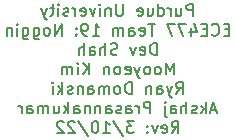
<source format=gbo>
G04 #@! TF.GenerationSoftware,KiCad,Pcbnew,(5.1.5)-3*
G04 #@! TF.CreationDate,2022-03-10T20:17:20-05:00*
G04 #@! TF.ProjectId,supervisor,73757065-7276-4697-936f-722e6b696361,rev?*
G04 #@! TF.SameCoordinates,Original*
G04 #@! TF.FileFunction,Legend,Bot*
G04 #@! TF.FilePolarity,Positive*
%FSLAX46Y46*%
G04 Gerber Fmt 4.6, Leading zero omitted, Abs format (unit mm)*
G04 Created by KiCad (PCBNEW (5.1.5)-3) date 2022-03-10 20:17:20*
%MOMM*%
%LPD*%
G04 APERTURE LIST*
%ADD10C,0.150000*%
G04 APERTURE END LIST*
D10*
X186974952Y-57224380D02*
X186974952Y-56224380D01*
X186594000Y-56224380D01*
X186498761Y-56272000D01*
X186451142Y-56319619D01*
X186403523Y-56414857D01*
X186403523Y-56557714D01*
X186451142Y-56652952D01*
X186498761Y-56700571D01*
X186594000Y-56748190D01*
X186974952Y-56748190D01*
X185546380Y-56557714D02*
X185546380Y-57224380D01*
X185974952Y-56557714D02*
X185974952Y-57081523D01*
X185927333Y-57176761D01*
X185832095Y-57224380D01*
X185689238Y-57224380D01*
X185594000Y-57176761D01*
X185546380Y-57129142D01*
X185070190Y-57224380D02*
X185070190Y-56557714D01*
X185070190Y-56748190D02*
X185022571Y-56652952D01*
X184974952Y-56605333D01*
X184879714Y-56557714D01*
X184784476Y-56557714D01*
X184022571Y-57224380D02*
X184022571Y-56224380D01*
X184022571Y-57176761D02*
X184117809Y-57224380D01*
X184308285Y-57224380D01*
X184403523Y-57176761D01*
X184451142Y-57129142D01*
X184498761Y-57033904D01*
X184498761Y-56748190D01*
X184451142Y-56652952D01*
X184403523Y-56605333D01*
X184308285Y-56557714D01*
X184117809Y-56557714D01*
X184022571Y-56605333D01*
X183117809Y-56557714D02*
X183117809Y-57224380D01*
X183546380Y-56557714D02*
X183546380Y-57081523D01*
X183498761Y-57176761D01*
X183403523Y-57224380D01*
X183260666Y-57224380D01*
X183165428Y-57176761D01*
X183117809Y-57129142D01*
X182260666Y-57176761D02*
X182355904Y-57224380D01*
X182546380Y-57224380D01*
X182641619Y-57176761D01*
X182689238Y-57081523D01*
X182689238Y-56700571D01*
X182641619Y-56605333D01*
X182546380Y-56557714D01*
X182355904Y-56557714D01*
X182260666Y-56605333D01*
X182213047Y-56700571D01*
X182213047Y-56795809D01*
X182689238Y-56891047D01*
X181022571Y-56224380D02*
X181022571Y-57033904D01*
X180974952Y-57129142D01*
X180927333Y-57176761D01*
X180832095Y-57224380D01*
X180641619Y-57224380D01*
X180546380Y-57176761D01*
X180498761Y-57129142D01*
X180451142Y-57033904D01*
X180451142Y-56224380D01*
X179974952Y-56557714D02*
X179974952Y-57224380D01*
X179974952Y-56652952D02*
X179927333Y-56605333D01*
X179832095Y-56557714D01*
X179689238Y-56557714D01*
X179594000Y-56605333D01*
X179546380Y-56700571D01*
X179546380Y-57224380D01*
X179070190Y-57224380D02*
X179070190Y-56557714D01*
X179070190Y-56224380D02*
X179117809Y-56272000D01*
X179070190Y-56319619D01*
X179022571Y-56272000D01*
X179070190Y-56224380D01*
X179070190Y-56319619D01*
X178689238Y-56557714D02*
X178451142Y-57224380D01*
X178213047Y-56557714D01*
X177451142Y-57176761D02*
X177546380Y-57224380D01*
X177736857Y-57224380D01*
X177832095Y-57176761D01*
X177879714Y-57081523D01*
X177879714Y-56700571D01*
X177832095Y-56605333D01*
X177736857Y-56557714D01*
X177546380Y-56557714D01*
X177451142Y-56605333D01*
X177403523Y-56700571D01*
X177403523Y-56795809D01*
X177879714Y-56891047D01*
X176974952Y-57224380D02*
X176974952Y-56557714D01*
X176974952Y-56748190D02*
X176927333Y-56652952D01*
X176879714Y-56605333D01*
X176784476Y-56557714D01*
X176689238Y-56557714D01*
X176403523Y-57176761D02*
X176308285Y-57224380D01*
X176117809Y-57224380D01*
X176022571Y-57176761D01*
X175974952Y-57081523D01*
X175974952Y-57033904D01*
X176022571Y-56938666D01*
X176117809Y-56891047D01*
X176260666Y-56891047D01*
X176355904Y-56843428D01*
X176403523Y-56748190D01*
X176403523Y-56700571D01*
X176355904Y-56605333D01*
X176260666Y-56557714D01*
X176117809Y-56557714D01*
X176022571Y-56605333D01*
X175546380Y-57224380D02*
X175546380Y-56557714D01*
X175546380Y-56224380D02*
X175594000Y-56272000D01*
X175546380Y-56319619D01*
X175498761Y-56272000D01*
X175546380Y-56224380D01*
X175546380Y-56319619D01*
X175213047Y-56557714D02*
X174832095Y-56557714D01*
X175070190Y-56224380D02*
X175070190Y-57081523D01*
X175022571Y-57176761D01*
X174927333Y-57224380D01*
X174832095Y-57224380D01*
X174594000Y-56557714D02*
X174355904Y-57224380D01*
X174117809Y-56557714D02*
X174355904Y-57224380D01*
X174451142Y-57462476D01*
X174498761Y-57510095D01*
X174594000Y-57557714D01*
X190022571Y-58350571D02*
X189689238Y-58350571D01*
X189546380Y-58874380D02*
X190022571Y-58874380D01*
X190022571Y-57874380D01*
X189546380Y-57874380D01*
X188546380Y-58779142D02*
X188594000Y-58826761D01*
X188736857Y-58874380D01*
X188832095Y-58874380D01*
X188974952Y-58826761D01*
X189070190Y-58731523D01*
X189117809Y-58636285D01*
X189165428Y-58445809D01*
X189165428Y-58302952D01*
X189117809Y-58112476D01*
X189070190Y-58017238D01*
X188974952Y-57922000D01*
X188832095Y-57874380D01*
X188736857Y-57874380D01*
X188594000Y-57922000D01*
X188546380Y-57969619D01*
X188117809Y-58350571D02*
X187784476Y-58350571D01*
X187641619Y-58874380D02*
X188117809Y-58874380D01*
X188117809Y-57874380D01*
X187641619Y-57874380D01*
X186784476Y-58207714D02*
X186784476Y-58874380D01*
X187022571Y-57826761D02*
X187260666Y-58541047D01*
X186641619Y-58541047D01*
X186355904Y-57874380D02*
X185689238Y-57874380D01*
X186117809Y-58874380D01*
X185403523Y-57874380D02*
X184736857Y-57874380D01*
X185165428Y-58874380D01*
X183736857Y-57874380D02*
X183165428Y-57874380D01*
X183451142Y-58874380D02*
X183451142Y-57874380D01*
X182451142Y-58826761D02*
X182546380Y-58874380D01*
X182736857Y-58874380D01*
X182832095Y-58826761D01*
X182879714Y-58731523D01*
X182879714Y-58350571D01*
X182832095Y-58255333D01*
X182736857Y-58207714D01*
X182546380Y-58207714D01*
X182451142Y-58255333D01*
X182403523Y-58350571D01*
X182403523Y-58445809D01*
X182879714Y-58541047D01*
X181546380Y-58874380D02*
X181546380Y-58350571D01*
X181594000Y-58255333D01*
X181689238Y-58207714D01*
X181879714Y-58207714D01*
X181974952Y-58255333D01*
X181546380Y-58826761D02*
X181641619Y-58874380D01*
X181879714Y-58874380D01*
X181974952Y-58826761D01*
X182022571Y-58731523D01*
X182022571Y-58636285D01*
X181974952Y-58541047D01*
X181879714Y-58493428D01*
X181641619Y-58493428D01*
X181546380Y-58445809D01*
X181070190Y-58874380D02*
X181070190Y-58207714D01*
X181070190Y-58302952D02*
X181022571Y-58255333D01*
X180927333Y-58207714D01*
X180784476Y-58207714D01*
X180689238Y-58255333D01*
X180641619Y-58350571D01*
X180641619Y-58874380D01*
X180641619Y-58350571D02*
X180594000Y-58255333D01*
X180498761Y-58207714D01*
X180355904Y-58207714D01*
X180260666Y-58255333D01*
X180213047Y-58350571D01*
X180213047Y-58874380D01*
X178451142Y-58874380D02*
X179022571Y-58874380D01*
X178736857Y-58874380D02*
X178736857Y-57874380D01*
X178832095Y-58017238D01*
X178927333Y-58112476D01*
X179022571Y-58160095D01*
X177974952Y-58874380D02*
X177784476Y-58874380D01*
X177689238Y-58826761D01*
X177641619Y-58779142D01*
X177546380Y-58636285D01*
X177498761Y-58445809D01*
X177498761Y-58064857D01*
X177546380Y-57969619D01*
X177594000Y-57922000D01*
X177689238Y-57874380D01*
X177879714Y-57874380D01*
X177974952Y-57922000D01*
X178022571Y-57969619D01*
X178070190Y-58064857D01*
X178070190Y-58302952D01*
X178022571Y-58398190D01*
X177974952Y-58445809D01*
X177879714Y-58493428D01*
X177689238Y-58493428D01*
X177594000Y-58445809D01*
X177546380Y-58398190D01*
X177498761Y-58302952D01*
X177070190Y-58779142D02*
X177022571Y-58826761D01*
X177070190Y-58874380D01*
X177117809Y-58826761D01*
X177070190Y-58779142D01*
X177070190Y-58874380D01*
X177070190Y-58255333D02*
X177022571Y-58302952D01*
X177070190Y-58350571D01*
X177117809Y-58302952D01*
X177070190Y-58255333D01*
X177070190Y-58350571D01*
X175832095Y-58874380D02*
X175832095Y-57874380D01*
X175260666Y-58874380D01*
X175260666Y-57874380D01*
X174641619Y-58874380D02*
X174736857Y-58826761D01*
X174784476Y-58779142D01*
X174832095Y-58683904D01*
X174832095Y-58398190D01*
X174784476Y-58302952D01*
X174736857Y-58255333D01*
X174641619Y-58207714D01*
X174498761Y-58207714D01*
X174403523Y-58255333D01*
X174355904Y-58302952D01*
X174308285Y-58398190D01*
X174308285Y-58683904D01*
X174355904Y-58779142D01*
X174403523Y-58826761D01*
X174498761Y-58874380D01*
X174641619Y-58874380D01*
X173451142Y-58207714D02*
X173451142Y-59017238D01*
X173498761Y-59112476D01*
X173546380Y-59160095D01*
X173641619Y-59207714D01*
X173784476Y-59207714D01*
X173879714Y-59160095D01*
X173451142Y-58826761D02*
X173546380Y-58874380D01*
X173736857Y-58874380D01*
X173832095Y-58826761D01*
X173879714Y-58779142D01*
X173927333Y-58683904D01*
X173927333Y-58398190D01*
X173879714Y-58302952D01*
X173832095Y-58255333D01*
X173736857Y-58207714D01*
X173546380Y-58207714D01*
X173451142Y-58255333D01*
X172546380Y-58207714D02*
X172546380Y-59017238D01*
X172594000Y-59112476D01*
X172641619Y-59160095D01*
X172736857Y-59207714D01*
X172879714Y-59207714D01*
X172974952Y-59160095D01*
X172546380Y-58826761D02*
X172641619Y-58874380D01*
X172832095Y-58874380D01*
X172927333Y-58826761D01*
X172974952Y-58779142D01*
X173022571Y-58683904D01*
X173022571Y-58398190D01*
X172974952Y-58302952D01*
X172927333Y-58255333D01*
X172832095Y-58207714D01*
X172641619Y-58207714D01*
X172546380Y-58255333D01*
X172070190Y-58874380D02*
X172070190Y-58207714D01*
X172070190Y-57874380D02*
X172117809Y-57922000D01*
X172070190Y-57969619D01*
X172022571Y-57922000D01*
X172070190Y-57874380D01*
X172070190Y-57969619D01*
X171594000Y-58207714D02*
X171594000Y-58874380D01*
X171594000Y-58302952D02*
X171546380Y-58255333D01*
X171451142Y-58207714D01*
X171308285Y-58207714D01*
X171213047Y-58255333D01*
X171165428Y-58350571D01*
X171165428Y-58874380D01*
X183879714Y-60524380D02*
X183879714Y-59524380D01*
X183641619Y-59524380D01*
X183498761Y-59572000D01*
X183403523Y-59667238D01*
X183355904Y-59762476D01*
X183308285Y-59952952D01*
X183308285Y-60095809D01*
X183355904Y-60286285D01*
X183403523Y-60381523D01*
X183498761Y-60476761D01*
X183641619Y-60524380D01*
X183879714Y-60524380D01*
X182498761Y-60476761D02*
X182594000Y-60524380D01*
X182784476Y-60524380D01*
X182879714Y-60476761D01*
X182927333Y-60381523D01*
X182927333Y-60000571D01*
X182879714Y-59905333D01*
X182784476Y-59857714D01*
X182594000Y-59857714D01*
X182498761Y-59905333D01*
X182451142Y-60000571D01*
X182451142Y-60095809D01*
X182927333Y-60191047D01*
X182117809Y-59857714D02*
X181879714Y-60524380D01*
X181641619Y-59857714D01*
X180546380Y-60476761D02*
X180403523Y-60524380D01*
X180165428Y-60524380D01*
X180070190Y-60476761D01*
X180022571Y-60429142D01*
X179974952Y-60333904D01*
X179974952Y-60238666D01*
X180022571Y-60143428D01*
X180070190Y-60095809D01*
X180165428Y-60048190D01*
X180355904Y-60000571D01*
X180451142Y-59952952D01*
X180498761Y-59905333D01*
X180546380Y-59810095D01*
X180546380Y-59714857D01*
X180498761Y-59619619D01*
X180451142Y-59572000D01*
X180355904Y-59524380D01*
X180117809Y-59524380D01*
X179974952Y-59572000D01*
X179546380Y-60524380D02*
X179546380Y-59524380D01*
X179117809Y-60524380D02*
X179117809Y-60000571D01*
X179165428Y-59905333D01*
X179260666Y-59857714D01*
X179403523Y-59857714D01*
X179498761Y-59905333D01*
X179546380Y-59952952D01*
X178213047Y-60524380D02*
X178213047Y-60000571D01*
X178260666Y-59905333D01*
X178355904Y-59857714D01*
X178546380Y-59857714D01*
X178641619Y-59905333D01*
X178213047Y-60476761D02*
X178308285Y-60524380D01*
X178546380Y-60524380D01*
X178641619Y-60476761D01*
X178689238Y-60381523D01*
X178689238Y-60286285D01*
X178641619Y-60191047D01*
X178546380Y-60143428D01*
X178308285Y-60143428D01*
X178213047Y-60095809D01*
X177736857Y-60524380D02*
X177736857Y-59524380D01*
X177308285Y-60524380D02*
X177308285Y-60000571D01*
X177355904Y-59905333D01*
X177451142Y-59857714D01*
X177594000Y-59857714D01*
X177689238Y-59905333D01*
X177736857Y-59952952D01*
X185332095Y-62174380D02*
X185332095Y-61174380D01*
X184998761Y-61888666D01*
X184665428Y-61174380D01*
X184665428Y-62174380D01*
X184046380Y-62174380D02*
X184141619Y-62126761D01*
X184189238Y-62079142D01*
X184236857Y-61983904D01*
X184236857Y-61698190D01*
X184189238Y-61602952D01*
X184141619Y-61555333D01*
X184046380Y-61507714D01*
X183903523Y-61507714D01*
X183808285Y-61555333D01*
X183760666Y-61602952D01*
X183713047Y-61698190D01*
X183713047Y-61983904D01*
X183760666Y-62079142D01*
X183808285Y-62126761D01*
X183903523Y-62174380D01*
X184046380Y-62174380D01*
X183141619Y-62174380D02*
X183236857Y-62126761D01*
X183284476Y-62079142D01*
X183332095Y-61983904D01*
X183332095Y-61698190D01*
X183284476Y-61602952D01*
X183236857Y-61555333D01*
X183141619Y-61507714D01*
X182998761Y-61507714D01*
X182903523Y-61555333D01*
X182855904Y-61602952D01*
X182808285Y-61698190D01*
X182808285Y-61983904D01*
X182855904Y-62079142D01*
X182903523Y-62126761D01*
X182998761Y-62174380D01*
X183141619Y-62174380D01*
X182474952Y-61507714D02*
X182236857Y-62174380D01*
X181998761Y-61507714D02*
X182236857Y-62174380D01*
X182332095Y-62412476D01*
X182379714Y-62460095D01*
X182474952Y-62507714D01*
X181236857Y-62126761D02*
X181332095Y-62174380D01*
X181522571Y-62174380D01*
X181617809Y-62126761D01*
X181665428Y-62031523D01*
X181665428Y-61650571D01*
X181617809Y-61555333D01*
X181522571Y-61507714D01*
X181332095Y-61507714D01*
X181236857Y-61555333D01*
X181189238Y-61650571D01*
X181189238Y-61745809D01*
X181665428Y-61841047D01*
X180617809Y-62174380D02*
X180713047Y-62126761D01*
X180760666Y-62079142D01*
X180808285Y-61983904D01*
X180808285Y-61698190D01*
X180760666Y-61602952D01*
X180713047Y-61555333D01*
X180617809Y-61507714D01*
X180474952Y-61507714D01*
X180379714Y-61555333D01*
X180332095Y-61602952D01*
X180284476Y-61698190D01*
X180284476Y-61983904D01*
X180332095Y-62079142D01*
X180379714Y-62126761D01*
X180474952Y-62174380D01*
X180617809Y-62174380D01*
X179855904Y-61507714D02*
X179855904Y-62174380D01*
X179855904Y-61602952D02*
X179808285Y-61555333D01*
X179713047Y-61507714D01*
X179570190Y-61507714D01*
X179474952Y-61555333D01*
X179427333Y-61650571D01*
X179427333Y-62174380D01*
X178189238Y-62174380D02*
X178189238Y-61174380D01*
X177617809Y-62174380D02*
X178046380Y-61602952D01*
X177617809Y-61174380D02*
X178189238Y-61745809D01*
X177189238Y-62174380D02*
X177189238Y-61507714D01*
X177189238Y-61174380D02*
X177236857Y-61222000D01*
X177189238Y-61269619D01*
X177141619Y-61222000D01*
X177189238Y-61174380D01*
X177189238Y-61269619D01*
X176713047Y-62174380D02*
X176713047Y-61507714D01*
X176713047Y-61602952D02*
X176665428Y-61555333D01*
X176570190Y-61507714D01*
X176427333Y-61507714D01*
X176332095Y-61555333D01*
X176284476Y-61650571D01*
X176284476Y-62174380D01*
X176284476Y-61650571D02*
X176236857Y-61555333D01*
X176141619Y-61507714D01*
X175998761Y-61507714D01*
X175903523Y-61555333D01*
X175855904Y-61650571D01*
X175855904Y-62174380D01*
X185522571Y-63824380D02*
X185855904Y-63348190D01*
X186094000Y-63824380D02*
X186094000Y-62824380D01*
X185713047Y-62824380D01*
X185617809Y-62872000D01*
X185570190Y-62919619D01*
X185522571Y-63014857D01*
X185522571Y-63157714D01*
X185570190Y-63252952D01*
X185617809Y-63300571D01*
X185713047Y-63348190D01*
X186094000Y-63348190D01*
X185189238Y-63157714D02*
X184951142Y-63824380D01*
X184713047Y-63157714D02*
X184951142Y-63824380D01*
X185046380Y-64062476D01*
X185094000Y-64110095D01*
X185189238Y-64157714D01*
X183903523Y-63824380D02*
X183903523Y-63300571D01*
X183951142Y-63205333D01*
X184046380Y-63157714D01*
X184236857Y-63157714D01*
X184332095Y-63205333D01*
X183903523Y-63776761D02*
X183998761Y-63824380D01*
X184236857Y-63824380D01*
X184332095Y-63776761D01*
X184379714Y-63681523D01*
X184379714Y-63586285D01*
X184332095Y-63491047D01*
X184236857Y-63443428D01*
X183998761Y-63443428D01*
X183903523Y-63395809D01*
X183427333Y-63157714D02*
X183427333Y-63824380D01*
X183427333Y-63252952D02*
X183379714Y-63205333D01*
X183284476Y-63157714D01*
X183141619Y-63157714D01*
X183046380Y-63205333D01*
X182998761Y-63300571D01*
X182998761Y-63824380D01*
X181760666Y-63824380D02*
X181760666Y-62824380D01*
X181522571Y-62824380D01*
X181379714Y-62872000D01*
X181284476Y-62967238D01*
X181236857Y-63062476D01*
X181189238Y-63252952D01*
X181189238Y-63395809D01*
X181236857Y-63586285D01*
X181284476Y-63681523D01*
X181379714Y-63776761D01*
X181522571Y-63824380D01*
X181760666Y-63824380D01*
X180617809Y-63824380D02*
X180713047Y-63776761D01*
X180760666Y-63729142D01*
X180808285Y-63633904D01*
X180808285Y-63348190D01*
X180760666Y-63252952D01*
X180713047Y-63205333D01*
X180617809Y-63157714D01*
X180474952Y-63157714D01*
X180379714Y-63205333D01*
X180332095Y-63252952D01*
X180284476Y-63348190D01*
X180284476Y-63633904D01*
X180332095Y-63729142D01*
X180379714Y-63776761D01*
X180474952Y-63824380D01*
X180617809Y-63824380D01*
X179855904Y-63824380D02*
X179855904Y-63157714D01*
X179855904Y-63252952D02*
X179808285Y-63205333D01*
X179713047Y-63157714D01*
X179570190Y-63157714D01*
X179474952Y-63205333D01*
X179427333Y-63300571D01*
X179427333Y-63824380D01*
X179427333Y-63300571D02*
X179379714Y-63205333D01*
X179284476Y-63157714D01*
X179141619Y-63157714D01*
X179046380Y-63205333D01*
X178998761Y-63300571D01*
X178998761Y-63824380D01*
X178094000Y-63824380D02*
X178094000Y-63300571D01*
X178141619Y-63205333D01*
X178236857Y-63157714D01*
X178427333Y-63157714D01*
X178522571Y-63205333D01*
X178094000Y-63776761D02*
X178189238Y-63824380D01*
X178427333Y-63824380D01*
X178522571Y-63776761D01*
X178570190Y-63681523D01*
X178570190Y-63586285D01*
X178522571Y-63491047D01*
X178427333Y-63443428D01*
X178189238Y-63443428D01*
X178094000Y-63395809D01*
X177617809Y-63157714D02*
X177617809Y-63824380D01*
X177617809Y-63252952D02*
X177570190Y-63205333D01*
X177474952Y-63157714D01*
X177332095Y-63157714D01*
X177236857Y-63205333D01*
X177189238Y-63300571D01*
X177189238Y-63824380D01*
X176760666Y-63776761D02*
X176665428Y-63824380D01*
X176474952Y-63824380D01*
X176379714Y-63776761D01*
X176332095Y-63681523D01*
X176332095Y-63633904D01*
X176379714Y-63538666D01*
X176474952Y-63491047D01*
X176617809Y-63491047D01*
X176713047Y-63443428D01*
X176760666Y-63348190D01*
X176760666Y-63300571D01*
X176713047Y-63205333D01*
X176617809Y-63157714D01*
X176474952Y-63157714D01*
X176379714Y-63205333D01*
X175903523Y-63824380D02*
X175903523Y-62824380D01*
X175808285Y-63443428D02*
X175522571Y-63824380D01*
X175522571Y-63157714D02*
X175903523Y-63538666D01*
X175094000Y-63824380D02*
X175094000Y-63157714D01*
X175094000Y-62824380D02*
X175141619Y-62872000D01*
X175094000Y-62919619D01*
X175046380Y-62872000D01*
X175094000Y-62824380D01*
X175094000Y-62919619D01*
X188927333Y-65188666D02*
X188451142Y-65188666D01*
X189022571Y-65474380D02*
X188689238Y-64474380D01*
X188355904Y-65474380D01*
X188022571Y-65474380D02*
X188022571Y-64474380D01*
X187927333Y-65093428D02*
X187641619Y-65474380D01*
X187641619Y-64807714D02*
X188022571Y-65188666D01*
X187260666Y-65426761D02*
X187165428Y-65474380D01*
X186974952Y-65474380D01*
X186879714Y-65426761D01*
X186832095Y-65331523D01*
X186832095Y-65283904D01*
X186879714Y-65188666D01*
X186974952Y-65141047D01*
X187117809Y-65141047D01*
X187213047Y-65093428D01*
X187260666Y-64998190D01*
X187260666Y-64950571D01*
X187213047Y-64855333D01*
X187117809Y-64807714D01*
X186974952Y-64807714D01*
X186879714Y-64855333D01*
X186403523Y-65474380D02*
X186403523Y-64474380D01*
X185974952Y-65474380D02*
X185974952Y-64950571D01*
X186022571Y-64855333D01*
X186117809Y-64807714D01*
X186260666Y-64807714D01*
X186355904Y-64855333D01*
X186403523Y-64902952D01*
X185070190Y-65474380D02*
X185070190Y-64950571D01*
X185117809Y-64855333D01*
X185213047Y-64807714D01*
X185403523Y-64807714D01*
X185498761Y-64855333D01*
X185070190Y-65426761D02*
X185165428Y-65474380D01*
X185403523Y-65474380D01*
X185498761Y-65426761D01*
X185546380Y-65331523D01*
X185546380Y-65236285D01*
X185498761Y-65141047D01*
X185403523Y-65093428D01*
X185165428Y-65093428D01*
X185070190Y-65045809D01*
X184594000Y-64807714D02*
X184594000Y-65664857D01*
X184641619Y-65760095D01*
X184736857Y-65807714D01*
X184784476Y-65807714D01*
X184594000Y-64474380D02*
X184641619Y-64522000D01*
X184594000Y-64569619D01*
X184546380Y-64522000D01*
X184594000Y-64474380D01*
X184594000Y-64569619D01*
X183355904Y-65474380D02*
X183355904Y-64474380D01*
X182974952Y-64474380D01*
X182879714Y-64522000D01*
X182832095Y-64569619D01*
X182784476Y-64664857D01*
X182784476Y-64807714D01*
X182832095Y-64902952D01*
X182879714Y-64950571D01*
X182974952Y-64998190D01*
X183355904Y-64998190D01*
X182355904Y-65474380D02*
X182355904Y-64807714D01*
X182355904Y-64998190D02*
X182308285Y-64902952D01*
X182260666Y-64855333D01*
X182165428Y-64807714D01*
X182070190Y-64807714D01*
X181308285Y-65474380D02*
X181308285Y-64950571D01*
X181355904Y-64855333D01*
X181451142Y-64807714D01*
X181641619Y-64807714D01*
X181736857Y-64855333D01*
X181308285Y-65426761D02*
X181403523Y-65474380D01*
X181641619Y-65474380D01*
X181736857Y-65426761D01*
X181784476Y-65331523D01*
X181784476Y-65236285D01*
X181736857Y-65141047D01*
X181641619Y-65093428D01*
X181403523Y-65093428D01*
X181308285Y-65045809D01*
X180879714Y-65426761D02*
X180784476Y-65474380D01*
X180594000Y-65474380D01*
X180498761Y-65426761D01*
X180451142Y-65331523D01*
X180451142Y-65283904D01*
X180498761Y-65188666D01*
X180594000Y-65141047D01*
X180736857Y-65141047D01*
X180832095Y-65093428D01*
X180879714Y-64998190D01*
X180879714Y-64950571D01*
X180832095Y-64855333D01*
X180736857Y-64807714D01*
X180594000Y-64807714D01*
X180498761Y-64855333D01*
X179594000Y-65474380D02*
X179594000Y-64950571D01*
X179641619Y-64855333D01*
X179736857Y-64807714D01*
X179927333Y-64807714D01*
X180022571Y-64855333D01*
X179594000Y-65426761D02*
X179689238Y-65474380D01*
X179927333Y-65474380D01*
X180022571Y-65426761D01*
X180070190Y-65331523D01*
X180070190Y-65236285D01*
X180022571Y-65141047D01*
X179927333Y-65093428D01*
X179689238Y-65093428D01*
X179594000Y-65045809D01*
X179117809Y-64807714D02*
X179117809Y-65474380D01*
X179117809Y-64902952D02*
X179070190Y-64855333D01*
X178974952Y-64807714D01*
X178832095Y-64807714D01*
X178736857Y-64855333D01*
X178689238Y-64950571D01*
X178689238Y-65474380D01*
X178213047Y-64807714D02*
X178213047Y-65474380D01*
X178213047Y-64902952D02*
X178165428Y-64855333D01*
X178070190Y-64807714D01*
X177927333Y-64807714D01*
X177832095Y-64855333D01*
X177784476Y-64950571D01*
X177784476Y-65474380D01*
X176879714Y-65474380D02*
X176879714Y-64950571D01*
X176927333Y-64855333D01*
X177022571Y-64807714D01*
X177213047Y-64807714D01*
X177308285Y-64855333D01*
X176879714Y-65426761D02*
X176974952Y-65474380D01*
X177213047Y-65474380D01*
X177308285Y-65426761D01*
X177355904Y-65331523D01*
X177355904Y-65236285D01*
X177308285Y-65141047D01*
X177213047Y-65093428D01*
X176974952Y-65093428D01*
X176879714Y-65045809D01*
X176403523Y-65474380D02*
X176403523Y-64474380D01*
X176308285Y-65093428D02*
X176022571Y-65474380D01*
X176022571Y-64807714D02*
X176403523Y-65188666D01*
X175165428Y-64807714D02*
X175165428Y-65474380D01*
X175594000Y-64807714D02*
X175594000Y-65331523D01*
X175546380Y-65426761D01*
X175451142Y-65474380D01*
X175308285Y-65474380D01*
X175213047Y-65426761D01*
X175165428Y-65379142D01*
X174689238Y-65474380D02*
X174689238Y-64807714D01*
X174689238Y-64902952D02*
X174641619Y-64855333D01*
X174546380Y-64807714D01*
X174403523Y-64807714D01*
X174308285Y-64855333D01*
X174260666Y-64950571D01*
X174260666Y-65474380D01*
X174260666Y-64950571D02*
X174213047Y-64855333D01*
X174117809Y-64807714D01*
X173974952Y-64807714D01*
X173879714Y-64855333D01*
X173832095Y-64950571D01*
X173832095Y-65474380D01*
X172927333Y-65474380D02*
X172927333Y-64950571D01*
X172974952Y-64855333D01*
X173070190Y-64807714D01*
X173260666Y-64807714D01*
X173355904Y-64855333D01*
X172927333Y-65426761D02*
X173022571Y-65474380D01*
X173260666Y-65474380D01*
X173355904Y-65426761D01*
X173403523Y-65331523D01*
X173403523Y-65236285D01*
X173355904Y-65141047D01*
X173260666Y-65093428D01*
X173022571Y-65093428D01*
X172927333Y-65045809D01*
X172451142Y-65474380D02*
X172451142Y-64807714D01*
X172451142Y-64998190D02*
X172403523Y-64902952D01*
X172355904Y-64855333D01*
X172260666Y-64807714D01*
X172165428Y-64807714D01*
X185141619Y-67124380D02*
X185474952Y-66648190D01*
X185713047Y-67124380D02*
X185713047Y-66124380D01*
X185332095Y-66124380D01*
X185236857Y-66172000D01*
X185189238Y-66219619D01*
X185141619Y-66314857D01*
X185141619Y-66457714D01*
X185189238Y-66552952D01*
X185236857Y-66600571D01*
X185332095Y-66648190D01*
X185713047Y-66648190D01*
X184332095Y-67076761D02*
X184427333Y-67124380D01*
X184617809Y-67124380D01*
X184713047Y-67076761D01*
X184760666Y-66981523D01*
X184760666Y-66600571D01*
X184713047Y-66505333D01*
X184617809Y-66457714D01*
X184427333Y-66457714D01*
X184332095Y-66505333D01*
X184284476Y-66600571D01*
X184284476Y-66695809D01*
X184760666Y-66791047D01*
X183951142Y-66457714D02*
X183713047Y-67124380D01*
X183474952Y-66457714D01*
X183094000Y-67029142D02*
X183046380Y-67076761D01*
X183094000Y-67124380D01*
X183141619Y-67076761D01*
X183094000Y-67029142D01*
X183094000Y-67124380D01*
X183094000Y-66505333D02*
X183046380Y-66552952D01*
X183094000Y-66600571D01*
X183141619Y-66552952D01*
X183094000Y-66505333D01*
X183094000Y-66600571D01*
X181951142Y-66124380D02*
X181332095Y-66124380D01*
X181665428Y-66505333D01*
X181522571Y-66505333D01*
X181427333Y-66552952D01*
X181379714Y-66600571D01*
X181332095Y-66695809D01*
X181332095Y-66933904D01*
X181379714Y-67029142D01*
X181427333Y-67076761D01*
X181522571Y-67124380D01*
X181808285Y-67124380D01*
X181903523Y-67076761D01*
X181951142Y-67029142D01*
X180189238Y-66076761D02*
X181046380Y-67362476D01*
X179332095Y-67124380D02*
X179903523Y-67124380D01*
X179617809Y-67124380D02*
X179617809Y-66124380D01*
X179713047Y-66267238D01*
X179808285Y-66362476D01*
X179903523Y-66410095D01*
X178713047Y-66124380D02*
X178617809Y-66124380D01*
X178522571Y-66172000D01*
X178474952Y-66219619D01*
X178427333Y-66314857D01*
X178379714Y-66505333D01*
X178379714Y-66743428D01*
X178427333Y-66933904D01*
X178474952Y-67029142D01*
X178522571Y-67076761D01*
X178617809Y-67124380D01*
X178713047Y-67124380D01*
X178808285Y-67076761D01*
X178855904Y-67029142D01*
X178903523Y-66933904D01*
X178951142Y-66743428D01*
X178951142Y-66505333D01*
X178903523Y-66314857D01*
X178855904Y-66219619D01*
X178808285Y-66172000D01*
X178713047Y-66124380D01*
X177236857Y-66076761D02*
X178094000Y-67362476D01*
X176951142Y-66219619D02*
X176903523Y-66172000D01*
X176808285Y-66124380D01*
X176570190Y-66124380D01*
X176474952Y-66172000D01*
X176427333Y-66219619D01*
X176379714Y-66314857D01*
X176379714Y-66410095D01*
X176427333Y-66552952D01*
X176998761Y-67124380D01*
X176379714Y-67124380D01*
X175998761Y-66219619D02*
X175951142Y-66172000D01*
X175855904Y-66124380D01*
X175617809Y-66124380D01*
X175522571Y-66172000D01*
X175474952Y-66219619D01*
X175427333Y-66314857D01*
X175427333Y-66410095D01*
X175474952Y-66552952D01*
X176046380Y-67124380D01*
X175427333Y-67124380D01*
M02*

</source>
